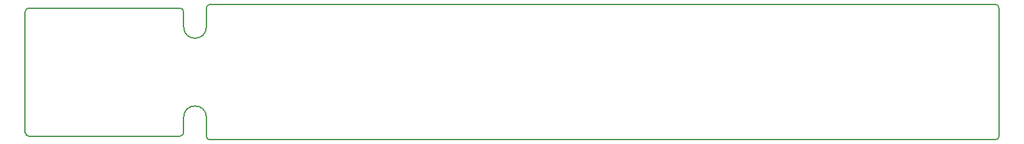
<source format=gbr>
%TF.GenerationSoftware,KiCad,Pcbnew,(7.0.0)*%
%TF.CreationDate,2023-05-08T01:10:33+02:00*%
%TF.ProjectId,Stacja Lutownicza V0.1,53746163-6a61-4204-9c75-746f776e6963,rev?*%
%TF.SameCoordinates,Original*%
%TF.FileFunction,Profile,NP*%
%FSLAX46Y46*%
G04 Gerber Fmt 4.6, Leading zero omitted, Abs format (unit mm)*
G04 Created by KiCad (PCBNEW (7.0.0)) date 2023-05-08 01:10:33*
%MOMM*%
%LPD*%
G01*
G04 APERTURE LIST*
%TA.AperFunction,Profile*%
%ADD10C,0.200000*%
%TD*%
G04 APERTURE END LIST*
D10*
X117000000Y-83000000D02*
G75*
G03*
X116500000Y-82500000I-500000J0D01*
G01*
X224500000Y-100000000D02*
G75*
G03*
X225000000Y-99500000I0J500000D01*
G01*
X96500000Y-82500000D02*
G75*
G03*
X96000000Y-83000000I0J-500000D01*
G01*
X96000000Y-99000000D02*
G75*
G03*
X96500000Y-99500000I500000J0D01*
G01*
X225000000Y-82500000D02*
G75*
G03*
X224500000Y-82000000I-500000J0D01*
G01*
X117000000Y-85000000D02*
X117000000Y-83000000D01*
X225000000Y-82500000D02*
X225000000Y-99500000D01*
X120000000Y-85000000D02*
X120000000Y-82500000D01*
X116500000Y-99500000D02*
G75*
G03*
X117000000Y-99000000I0J500000D01*
G01*
X120500000Y-82000000D02*
G75*
G03*
X120000000Y-82500000I0J-500000D01*
G01*
X224500000Y-100000000D02*
X120500000Y-100000000D01*
X120500000Y-82000000D02*
X224500000Y-82000000D01*
X116500000Y-99500000D02*
X96500000Y-99500000D01*
X120000000Y-97000000D02*
X120000000Y-99500000D01*
X117000000Y-85000000D02*
G75*
G03*
X120000000Y-85000000I1500000J0D01*
G01*
X96000000Y-99000000D02*
X96000000Y-83000000D01*
X120000000Y-97000000D02*
G75*
G03*
X117000000Y-97000000I-1500000J0D01*
G01*
X117000000Y-97000000D02*
X117000000Y-99000000D01*
X120000000Y-99500000D02*
G75*
G03*
X120500000Y-100000000I500000J0D01*
G01*
X116500000Y-82500000D02*
X96500000Y-82500000D01*
M02*

</source>
